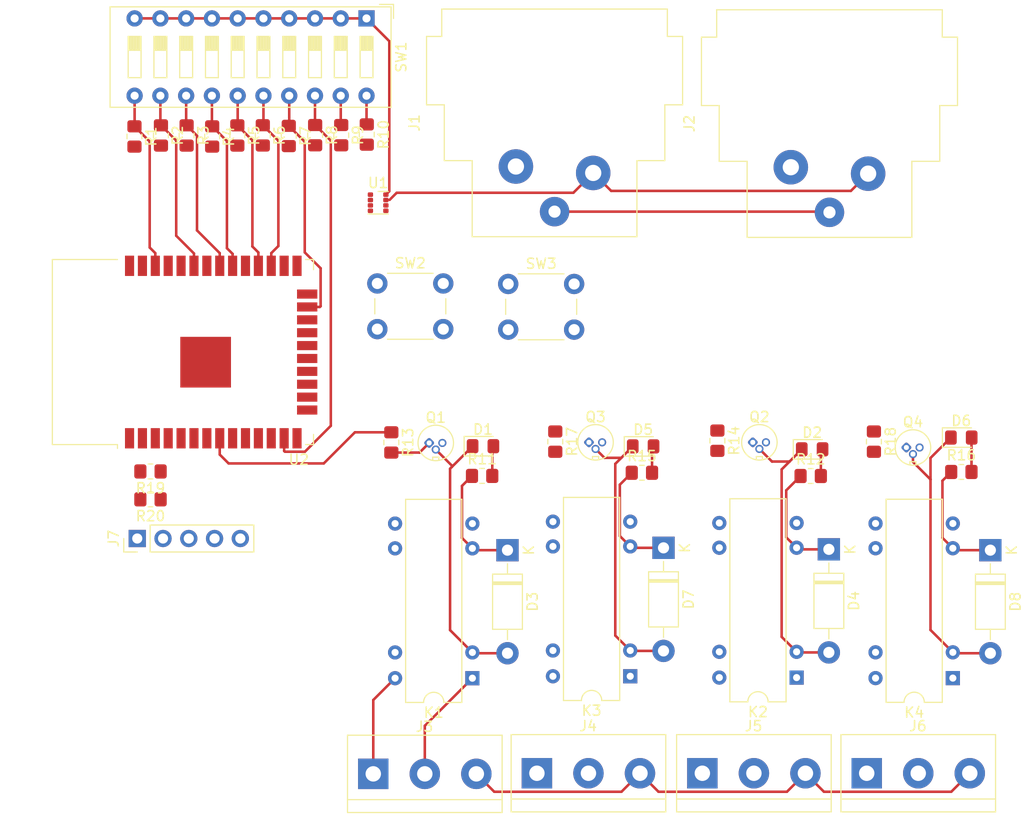
<source format=kicad_pcb>
(kicad_pcb (version 20211014) (generator pcbnew)
  (layers (0 "F.Cu" signal) (31 "B.Cu" signal) (34 "B.Paste" user) (35 "F.Paste" user) (36 "B.SilkS" user "B.Silkscreen") (37 "F.SilkS" user "F.Silkscreen") (38 "B.Mask" user) (39 "F.Mask" user) (44 "Edge.Cuts" user))
  (net 0 "")
  (net 1 "+5V")
  (net 2 "Net-(D1-Pad1)")
  (net 3 "Net-(D2-Pad1)")
  (net 4 "Net-(D5-Pad1)")
  (net 5 "Net-(D6-Pad1)")
  (net 6 "NC1")
  (net 7 "COM")
  (net 8 "NO1")
  (net 9 "NC3")
  (net 10 "NO3")
  (net 11 "NC2")
  (net 12 "NO2")
  (net 13 "NC4")
  (net 14 "NO4")
  (net 15 "GND")
  (net 16 "+3.3V")
  (net 17 "~RESET")
  (net 20 "RELAY3")
  (net 21 "RELAY4")
  (net 22 "RELAY1")
  (net 23 "RELAY2")
  (net 27 "DIP3")
  (net 28 "DIP1")
  (net 29 "DIP2")
  (net 36 "DIP4")
  (net 38 "~FLASH")
  (net 40 "DIP5")
  (net 41 "DIP6")
  (net 43 "DIP7")
  (net 44 "DIP8")
  (net 46 "DIP9")
  (net 47 "RX")
  (net 48 "TX")
  (net 49 "DIP10")
  (net 51 "Net-(D1-Pad2)")
  (net 52 "Net-(D2-Pad2)")
  (net 53 "Net-(D5-Pad2)")
  (net 54 "Net-(D6-Pad2)")
  (net 55 "Net-(J1-Pad2)")
  (net 56 "Net-(J1-Pad3)")
  (net 57 "Net-(Q1-Pad1)")
  (net 58 "Net-(Q2-Pad1)")
  (net 59 "Net-(Q3-Pad1)")
  (net 60 "Net-(Q4-Pad1)")
  (net 61 "DMX_SIGNAL")
  (footprint "Resistor_SMD:R_0805_2012Metric_Pad1.20x1.40mm_HandSolder" (layer "F.Cu") (at 121.78 69.92 -90)
    (fp_text reference "R8" (at 0 -1.65 90) (layer "F.SilkS"))
    (fp_text value "10K")
    (pad "1" smd roundrect (at -1 0 270) (size 1.2 1.4) (layers "F.Cu" "F.Paste" "F.Mask") (roundrect_rratio 0.208333) (net 27 "DIP3"))
    (pad "2" smd roundrect (at 1 0 270) (size 1.2 1.4) (layers "F.Cu" "F.Paste" "F.Mask") (roundrect_rratio 0.208333) (net 15 "GND"))
  )
  (footprint "Relay_THT:Relay_StandexMeder_DIP_LowProfile" (layer "F.Cu") (at 184.64 123.44 180)
    (fp_text reference "K4" (at 3.81 -3.39) (layer "F.SilkS"))
    (fp_text value "Relay 4")
    (pad "1" thru_hole rect (at 0 0 180) (size 1.4 1.4) (drill 0.7) (layers *.Cu *.Mask) (net 13 "NC4"))
    (pad "2" thru_hole circle (at 0 2.54 180) (size 1.4 1.4) (drill 0.7) (layers *.Cu *.Mask) (net 5 "Net-(D6-Pad1)"))
    (pad "6" thru_hole circle (at 0 12.8 180) (size 1.4 1.4) (drill 0.7) (layers *.Cu *.Mask) (net 1 "+5V"))
    (pad "7" thru_hole circle (at 0 15.24 180) (size 1.4 1.4) (drill 0.7) (layers *.Cu *.Mask) (net 7 "COM"))
    (pad "8" thru_hole circle (at 7.62 15.24 180) (size 1.4 1.4) (drill 0.7) (layers *.Cu *.Mask) (net 7 "COM"))
    (pad "9" thru_hole circle (at 7.62 12.8 180) (size 1.4 1.4) (drill 0.7) (layers *.Cu *.Mask))
    (pad "13" thru_hole circle (at 7.62 2.54 180) (size 1.4 1.4) (drill 0.7) (layers *.Cu *.Mask))
    (pad "14" thru_hole circle (at 7.62 0 180) (size 1.4 1.4) (drill 0.7) (layers *.Cu *.Mask) (net 14 "NO4"))
  )
  (footprint "Diode_THT:D_DO-41_SOD81_P10.16mm_Horizontal" (layer "F.Cu") (at 188.34 110.83 -90)
    (fp_text reference "D8" (at 5.08 -2.47 90) (layer "F.SilkS"))
    (fp_text value "1N4001")
    (fp_text user "K" (at 0 -2.1 90) (layer "F.SilkS"))
    (pad "1" thru_hole rect (at 0 0 270) (size 2.2 2.2) (drill 1.1) (layers *.Cu *.Mask) (net 1 "+5V"))
    (pad "2" thru_hole oval (at 10.16 0 270) (size 2.2 2.2) (drill 1.1) (layers *.Cu *.Mask) (net 5 "Net-(D6-Pad1)"))
  )
  (footprint "Resistor_SMD:R_0805_2012Metric_Pad1.20x1.40mm_HandSolder" (layer "F.Cu") (at 185.48 103.12)
    (fp_text reference "R16" (at 0 -1.65) (layer "F.SilkS"))
    (fp_text value "1k")
    (pad "1" smd roundrect (at -1 0) (size 1.2 1.4) (layers "F.Cu" "F.Paste" "F.Mask") (roundrect_rratio 0.208333) (net 1 "+5V"))
    (pad "2" smd roundrect (at 1 0) (size 1.2 1.4) (layers "F.Cu" "F.Paste" "F.Mask") (roundrect_rratio 0.208333) (net 54 "Net-(D6-Pad2)"))
  )
  (footprint "OptoDevice:LaserDiode_TO3.3-D3.3-3" (layer "F.Cu") (at 164.92 100.2)
    (fp_text reference "Q2" (at 0.65 -2.5) (layer "F.SilkS"))
    (fp_text value "Q_NPN_BCE")
    (pad "1" thru_hole roundrect (at 0 0 45) (size 0.8 0.8) (drill 0.5) (layers *.Cu *.Mask) (net 58 "Net-(Q2-Pad1)"))
    (pad "2" thru_hole circle (at 0.65 0.65) (size 0.8 0.8) (drill 0.5) (layers *.Cu *.Mask) (net 3 "Net-(D2-Pad1)"))
    (pad "3" thru_hole circle (at 1.3 0) (size 0.8 0.8) (drill 0.5) (layers *.Cu *.Mask) (net 15 "GND"))
  )
  (footprint "Resistor_SMD:R_0805_2012Metric_Pad1.20x1.40mm_HandSolder" (layer "F.Cu") (at 161.43 100.04 -90)
    (fp_text reference "R14" (at 0 -1.65 90) (layer "F.SilkS"))
    (fp_text value "R")
    (pad "1" smd roundrect (at -1 0 270) (size 1.2 1.4) (layers "F.Cu" "F.Paste" "F.Mask") (roundrect_rratio 0.208333) (net 20 "RELAY3"))
    (pad "2" smd roundrect (at 1 0 270) (size 1.2 1.4) (layers "F.Cu" "F.Paste" "F.Mask") (roundrect_rratio 0.208333) (net 58 "Net-(Q2-Pad1)"))
  )
  (footprint "LED_SMD:LED_0805_2012Metric_Pad1.15x1.40mm_HandSolder" (layer "F.Cu") (at 154.1125 100.6)
    (fp_text reference "D5" (at 0 -1.65) (layer "F.SilkS"))
    (fp_text value "LED")
    (pad "1" smd roundrect (at -1.025 0) (size 1.15 1.4) (layers "F.Cu" "F.Paste" "F.Mask") (roundrect_rratio 0.217391) (net 4 "Net-(D5-Pad1)"))
    (pad "2" smd roundrect (at 1.025 0) (size 1.15 1.4) (layers "F.Cu" "F.Paste" "F.Mask") (roundrect_rratio 0.217391) (net 53 "Net-(D5-Pad2)"))
  )
  (footprint "Resistor_SMD:R_0805_2012Metric_Pad1.20x1.40mm_HandSolder" (layer "F.Cu") (at 145.45 100.13 -90)
    (fp_text reference "R17" (at 0 -1.65 90) (layer "F.SilkS"))
    (fp_text value "R")
    (pad "1" smd roundrect (at -1 0 270) (size 1.2 1.4) (layers "F.Cu" "F.Paste" "F.Mask") (roundrect_rratio 0.208333) (net 23 "RELAY2"))
    (pad "2" smd roundrect (at 1 0 270) (size 1.2 1.4) (layers "F.Cu" "F.Paste" "F.Mask") (roundrect_rratio 0.208333) (net 59 "Net-(Q3-Pad1)"))
  )
  (footprint "Diode_THT:D_DO-41_SOD81_P10.16mm_Horizontal" (layer "F.Cu") (at 140.74 110.83 -90)
    (fp_text reference "D3" (at 5.08 -2.47 90) (layer "F.SilkS"))
    (fp_text value "1N4001")
    (fp_text user "K" (at 0 -2.1 90) (layer "F.SilkS"))
    (pad "1" thru_hole rect (at 0 0 270) (size 2.2 2.2) (drill 1.1) (layers *.Cu *.Mask) (net 1 "+5V"))
    (pad "2" thru_hole oval (at 10.16 0 270) (size 2.2 2.2) (drill 1.1) (layers *.Cu *.Mask) (net 2 "Net-(D1-Pad1)"))
  )
  (footprint "Relay_THT:Relay_StandexMeder_DIP_LowProfile" (layer "F.Cu") (at 137.28 123.45 180)
    (fp_text reference "K1" (at 3.81 -3.39) (layer "F.SilkS"))
    (fp_text value "Relay 1")
    (pad "1" thru_hole rect (at 0 0 180) (size 1.4 1.4) (drill 0.7) (layers *.Cu *.Mask) (net 6 "NC1"))
    (pad "2" thru_hole circle (at 0 2.54 180) (size 1.4 1.4) (drill 0.7) (layers *.Cu *.Mask) (net 2 "Net-(D1-Pad1)"))
    (pad "6" thru_hole circle (at 0 12.8 180) (size 1.4 1.4) (drill 0.7) (layers *.Cu *.Mask) (net 1 "+5V"))
    (pad "7" thru_hole circle (at 0 15.24 180) (size 1.4 1.4) (drill 0.7) (layers *.Cu *.Mask) (net 7 "COM"))
    (pad "8" thru_hole circle (at 7.62 15.24 180) (size 1.4 1.4) (drill 0.7) (layers *.Cu *.Mask) (net 7 "COM"))
    (pad "9" thru_hole circle (at 7.62 12.8 180) (size 1.4 1.4) (drill 0.7) (layers *.Cu *.Mask))
    (pad "13" thru_hole circle (at 7.62 2.54 180) (size 1.4 1.4) (drill 0.7) (layers *.Cu *.Mask))
    (pad "14" thru_hole circle (at 7.62 0 180) (size 1.4 1.4) (drill 0.7) (layers *.Cu *.Mask) (net 8 "NO1"))
  )
  (footprint "Resistor_SMD:R_0805_2012Metric_Pad1.20x1.40mm_HandSolder" (layer "F.Cu") (at 105.55 103.07 180)
    (fp_text reference "R19" (at 0 -1.65) (layer "F.SilkS"))
    (fp_text value "10k")
    (pad "1" smd roundrect (at -1 0 180) (size 1.2 1.4) (layers "F.Cu" "F.Paste" "F.Mask") (roundrect_rratio 0.208333) (net 17 "~RESET"))
    (pad "2" smd roundrect (at 1 0 180) (size 1.2 1.4) (layers "F.Cu" "F.Paste" "F.Mask") (roundrect_rratio 0.208333) (net 16 "+3.3V"))
  )
  (footprint "TerminalBlock:TerminalBlock_bornier-3_P5.08mm" (layer "F.Cu") (at 127.51 132.88)
    (fp_text reference "J3" (at 5.05 -4.65) (layer "F.SilkS"))
    (fp_text value "Connection Relay 1")
    (pad "1" thru_hole rect (at 0 0) (size 3 3) (drill 1.52) (layers *.Cu *.Mask) (net 8 "NO1"))
    (pad "2" thru_hole circle (at 5.08 0) (size 3 3) (drill 1.52) (layers *.Cu *.Mask) (net 6 "NC1"))
    (pad "3" thru_hole circle (at 10.16 0) (size 3 3) (drill 1.52) (layers *.Cu *.Mask) (net 7 "COM"))
  )
  (footprint "Relay_THT:Relay_StandexMeder_DIP_LowProfile" (layer "F.Cu") (at 169.24 123.39 180)
    (fp_text reference "K2" (at 3.81 -3.39) (layer "F.SilkS"))
    (fp_text value "Relay 3")
    (pad "1" thru_hole rect (at 0 0 180) (size 1.4 1.4) (drill 0.7) (layers *.Cu *.Mask) (net 9 "NC3"))
    (pad "2" thru_hole circle (at 0 2.54 180) (size 1.4 1.4) (drill 0.7) (layers *.Cu *.Mask) (net 3 "Net-(D2-Pad1)"))
    (pad "6" thru_hole circle (at 0 12.8 180) (size 1.4 1.4) (drill 0.7) (layers *.Cu *.Mask) (net 1 "+5V"))
    (pad "7" thru_hole circle (at 0 15.24 180) (size 1.4 1.4) (drill 0.7) (layers *.Cu *.Mask) (net 7 "COM"))
    (pad "8" thru_hole circle (at 7.62 15.24 180) (size 1.4 1.4) (drill 0.7) (layers *.Cu *.Mask) (net 7 "COM"))
    (pad "9" thru_hole circle (at 7.62 12.8 180) (size 1.4 1.4) (drill 0.7) (layers *.Cu *.Mask))
    (pad "13" thru_hole circle (at 7.62 2.54 180) (size 1.4 1.4) (drill 0.7) (layers *.Cu *.Mask))
    (pad "14" thru_hole circle (at 7.62 0 180) (size 1.4 1.4) (drill 0.7) (layers *.Cu *.Mask) (net 10 "NO3"))
  )
  (footprint "RF_Module:ESP32-WROOM-32" (layer "F.Cu") (at 111.74 91.3 90)
    (fp_text reference "U2" (at -10.61 8.43) (layer "F.SilkS"))
    (fp_text value "ESP32-WROOM-32D")
    (pad "1" smd rect (at -8.5 -8.255 90) (size 2 0.9) (layers "F.Cu" "F.Paste" "F.Mask") (net 15 "GND"))
    (pad "2" smd rect (at -8.5 -6.985 90) (size 2 0.9) (layers "F.Cu" "F.Paste" "F.Mask") (net 16 "+3.3V"))
    (pad "3" smd rect (at -8.5 -5.715 90) (size 2 0.9) (layers "F.Cu" "F.Paste" "F.Mask") (net 17 "~RESET"))
    (pad "4" smd rect (at -8.5 -4.445 90) (size 2 0.9) (layers "F.Cu" "F.Paste" "F.Mask"))
    (pad "5" smd rect (at -8.5 -3.175 90) (size 2 0.9) (layers "F.Cu" "F.Paste" "F.Mask"))
    (pad "6" smd rect (at -8.5 -1.905 90) (size 2 0.9) (layers "F.Cu" "F.Paste" "F.Mask") (net 20 "RELAY3"))
    (pad "7" smd rect (at -8.5 -0.635 90) (size 2 0.9) (layers "F.Cu" "F.Paste" "F.Mask") (net 21 "RELAY4"))
    (pad "8" smd rect (at -8.5 0.635 90) (size 2 0.9) (layers "F.Cu" "F.Paste" "F.Mask") (net 22 "RELAY1"))
    (pad "9" smd rect (at -8.5 1.905 90) (size 2 0.9) (layers "F.Cu" "F.Paste" "F.Mask") (net 23 "RELAY2"))
    (pad "10" smd rect (at -8.5 3.175 90) (size 2 0.9) (layers "F.Cu" "F.Paste" "F.Mask"))
    (pad "11" smd rect (at -8.5 4.445 90) (size 2 0.9) (layers "F.Cu" "F.Paste" "F.Mask"))
    (pad "12" smd rect (at -8.5 5.715 90) (size 2 0.9) (layers "F.Cu" "F.Paste" "F.Mask"))
    (pad "13" smd rect (at -8.5 6.985 90) (size 2 0.9) (layers "F.Cu" "F.Paste" "F.Mask") (net 27 "DIP3"))
    (pad "14" smd rect (at -8.5 8.255 90) (size 2 0.9) (layers "F.Cu" "F.Paste" "F.Mask") (net 28 "DIP1"))
    (pad "15" smd rect (at -5.715 9.255 180) (size 2 0.9) (layers "F.Cu" "F.Paste" "F.Mask") (net 15 "GND"))
    (pad "16" smd rect (at -4.445 9.255 180) (size 2 0.9) (layers "F.Cu" "F.Paste" "F.Mask") (net 29 "DIP2"))
    (pad "17" smd rect (at -3.175 9.255 180) (size 2 0.9) (layers "F.Cu" "F.Paste" "F.Mask"))
    (pad "18" smd rect (at -1.905 9.255 180) (size 2 0.9) (layers "F.Cu" "F.Paste" "F.Mask"))
    (pad "19" smd rect (at -0.635 9.255 180) (size 2 0.9) (layers "F.Cu" "F.Paste" "F.Mask"))
    (pad "20" smd rect (at 0.635 9.255 180) (size 2 0.9) (layers "F.Cu" "F.Paste" "F.Mask"))
    (pad "21" smd rect (at 1.905 9.255 180) (size 2 0.9) (layers "F.Cu" "F.Paste" "F.Mask"))
    (pad "22" smd rect (at 3.175 9.255 180) (size 2 0.9) (layers "F.Cu" "F.Paste" "F.Mask"))
    (pad "23" smd rect (at 4.445 9.255 180) (size 2 0.9) (layers "F.Cu" "F.Paste" "F.Mask") (net 36 "DIP4"))
    (pad "24" smd rect (at 5.715 9.255 180) (size 2 0.9) (layers "F.Cu" "F.Paste" "F.Mask"))
    (pad "25" smd rect (at 8.5 8.255 90) (size 2 0.9) (layers "F.Cu" "F.Paste" "F.Mask") (net 38 "~FLASH"))
    (pad "26" smd rect (at 8.5 6.985 90) (size 2 0.9) (layers "F.Cu" "F.Paste" "F.Mask"))
    (pad "27" smd rect (at 8.5 5.715 90) (size 2 0.9) (layers "F.Cu" "F.Paste" "F.Mask") (net 40 "DIP5"))
    (pad "28" smd rect (at 8.5 4.445 90) (size 2 0.9) (layers "F.Cu" "F.Paste" "F.Mask") (net 41 "DIP6"))
    (pad "29" smd rect (at 8.5 3.175 90) (size 2 0.9) (layers "F.Cu" "F.Paste" "F.Mask"))
    (pad "30" smd rect (at 8.5 1.905 90) (size 2 0.9) (layers "F.Cu" "F.Paste" "F.Mask") (net 43 "DIP7"))
    (pad "31" smd rect (at 8.5 0.635 90) (size 2 0.9) (layers "F.Cu" "F.Paste" "F.Mask") (net 44 "DIP8"))
    (pad "32" smd rect (at 8.5 -0.635 90) (size 2 0.9) (layers "F.Cu" "F.Paste" "F.Mask"))
    (pad "33" smd rect (at 8.5 -1.905 90) (size 2 0.9) (layers "F.Cu" "F.Paste" "F.Mask") (net 46 "DIP9"))
    (pad "34" smd rect (at 8.5 -3.175 90) (size 2 0.9) (layers "F.Cu" "F.Paste" "F.Mask") (net 47 "RX"))
    (pad "35" smd rect (at 8.5 -4.445 90) (size 2 0.9) (layers "F.Cu" "F.Paste" "F.Mask") (net 48 "TX"))
    (pad "36" smd rect (at 8.5 -5.715 90) (size 2 0.9) (layers "F.Cu" "F.Paste" "F.Mask") (net 49 "DIP10"))
    (pad "37" smd rect (at 8.5 -6.985 90) (size 2 0.9) (layers "F.Cu" "F.Paste" "F.Mask"))
    (pad "38" smd rect (at 8.5 -8.255 90) (size 2 0.9) (layers "F.Cu" "F.Paste" "F.Mask") (net 15 "GND"))
    (pad "39" smd rect (at -1 -0.755 90) (size 5 5) (layers "F.Cu" "F.Paste" "F.Mask") (net 15 "GND"))
  )
  (footprint "Connector_Audio:Jack_XLR_Neutrik_NC3FAAH-0_Horizontal" (layer "F.Cu") (at 141.57 73.01 90)
    (fp_text reference "J1" (at 4.3 -10 90) (layer "F.SilkS"))
    (fp_text value "DMX In")
    (pad "" np_thru_hole circle (at 3.81 7.62 90) (size 1.6 1.6) (drill 1.6) (layers *.Cu *.Mask))
    (pad "" np_thru_hole circle (at 8.89 0 90) (size 1.6 1.6) (drill 1.6) (layers *.Cu *.Mask))
    (pad "1" thru_hole circle (at 0 0 90) (size 3.4 3.4) (drill 1.6) (layers *.Cu *.Mask) (net 15 "GND"))
    (pad "2" thru_hole circle (at -0.635 7.62 90) (size 3.4 3.4) (drill 1.6) (layers *.Cu *.Mask) (net 55 "Net-(J1-Pad2)"))
    (pad "3" thru_hole circle (at -4.45 3.81 90) (size 2.9 2.9) (drill 1.2) (layers *.Cu *.Mask) (net 56 "Net-(J1-Pad3)"))
  )
  (footprint "Resistor_SMD:R_0805_2012Metric_Pad1.20x1.40mm_HandSolder" (layer "F.Cu") (at 138.24 103.51)
    (fp_text reference "R11" (at 0 -1.65) (layer "F.SilkS"))
    (fp_text value "1k")
    (pad "1" smd roundrect (at -1 0) (size 1.2 1.4) (layers "F.Cu" "F.Paste" "F.Mask") (roundrect_rratio 0.208333) (net 1 "+5V"))
    (pad "2" smd roundrect (at 1 0) (size 1.2 1.4) (layers "F.Cu" "F.Paste" "F.Mask") (roundrect_rratio 0.208333) (net 51 "Net-(D1-Pad2)"))
  )
  (footprint "Resistor_SMD:R_0805_2012Metric_Pad1.20x1.40mm_HandSolder" (layer "F.Cu") (at 114.11 69.95 -90)
    (fp_text reference "R5" (at 0 -1.65 90) (layer "F.SilkS"))
    (fp_text value "10K")
    (pad "1" smd roundrect (at -1 0 270) (size 1.2 1.4) (layers "F.Cu" "F.Paste" "F.Mask") (roundrect_rratio 0.208333) (net 41 "DIP6"))
    (pad "2" smd roundrect (at 1 0 270) (size 1.2 1.4) (layers "F.Cu" "F.Paste" "F.Mask") (roundrect_rratio 0.208333) (net 15 "GND"))
  )
  (footprint "TerminalBlock:TerminalBlock_bornier-3_P5.08mm" (layer "F.Cu") (at 176.15 132.82)
    (fp_text reference "J6" (at 5.05 -4.65) (layer "F.SilkS"))
    (fp_text value "Connection Relay 4")
    (pad "1" thru_hole rect (at 0 0) (size 3 3) (drill 1.52) (layers *.Cu *.Mask) (net 14 "NO4"))
    (pad "2" thru_hole circle (at 5.08 0) (size 3 3) (drill 1.52) (layers *.Cu *.Mask) (net 13 "NC4"))
    (pad "3" thru_hole circle (at 10.16 0) (size 3 3) (drill 1.52) (layers *.Cu *.Mask) (net 7 "COM"))
  )
  (footprint "Connector_Audio:Jack_XLR_Neutrik_NC3FAAH-0_Horizontal" (layer "F.Cu") (at 168.67 73.08 90)
    (fp_text reference "J2" (at 4.3 -10 90) (layer "F.SilkS"))
    (fp_text value "DMX out")
    (pad "" np_thru_hole circle (at 8.89 0 90) (size 1.6 1.6) (drill 1.6) (layers *.Cu *.Mask))
    (pad "" np_thru_hole circle (at 3.81 7.62 90) (size 1.6 1.6) (drill 1.6) (layers *.Cu *.Mask))
    (pad "1" thru_hole circle (at 0 0 90) (size 3.4 3.4) (drill 1.6) (layers *.Cu *.Mask) (net 15 "GND"))
    (pad "2" thru_hole circle (at -0.635 7.62 90) (size 3.4 3.4) (drill 1.6) (layers *.Cu *.Mask) (net 55 "Net-(J1-Pad2)"))
    (pad "3" thru_hole circle (at -4.45 3.81 90) (size 2.9 2.9) (drill 1.2) (layers *.Cu *.Mask) (net 56 "Net-(J1-Pad3)"))
  )
  (footprint "Resistor_SMD:R_0805_2012Metric_Pad1.20x1.40mm_HandSolder" (layer "F.Cu") (at 126.87 69.86 -90)
    (fp_text reference "R10" (at 0 -1.65 90) (layer "F.SilkS"))
    (fp_text value "10K")
    (pad "1" smd roundrect (at -1 0 270) (size 1.2 1.4) (layers "F.Cu" "F.Paste" "F.Mask") (roundrect_rratio 0.208333) (net 28 "DIP1"))
    (pad "2" smd roundrect (at 1 0 270) (size 1.2 1.4) (layers "F.Cu" "F.Paste" "F.Mask") (roundrect_rratio 0.208333) (net 15 "GND"))
  )
  (footprint "Resistor_SMD:R_0805_2012Metric_Pad1.20x1.40mm_HandSolder" (layer "F.Cu") (at 119.18 70 -90)
    (fp_text reference "R7" (at 0 -1.65 90) (layer "F.SilkS"))
    (fp_text value "10K")
    (pad "1" smd roundrect (at -1 0 270) (size 1.2 1.4) (layers "F.Cu" "F.Paste" "F.Mask") (roundrect_rratio 0.208333) (net 36 "DIP4"))
    (pad "2" smd roundrect (at 1 0 270) (size 1.2 1.4) (layers "F.Cu" "F.Paste" "F.Mask") (roundrect_rratio 0.208333) (net 15 "GND"))
  )
  (footprint "TerminalBlock:TerminalBlock_bornier-3_P5.08mm" (layer "F.Cu") (at 159.95 132.82)
    (fp_text reference "J5" (at 5.05 -4.65) (layer "F.SilkS"))
    (fp_text value "Connection Relay 3")
    (pad "1" thru_hole rect (at 0 0) (size 3 3) (drill 1.52) (layers *.Cu *.Mask) (net 10 "NO3"))
    (pad "2" thru_hole circle (at 5.08 0) (size 3 3) (drill 1.52) (layers *.Cu *.Mask) (net 9 "NC3"))
    (pad "3" thru_hole circle (at 10.16 0) (size 3 3) (drill 1.52) (layers *.Cu *.Mask) (net 7 "COM"))
  )
  (footprint "Diode_THT:D_DO-41_SOD81_P10.16mm_Horizontal" (layer "F.Cu") (at 156.12 110.6 -90)
    (fp_text reference "D7" (at 5.08 -2.47 90) (layer "F.SilkS"))
    (fp_text value "1N4001")
    (fp_text user "K" (at 0 -2.1 90) (layer "F.SilkS"))
    (pad "1" thru_hole rect (at 0 0 270) (size 2.2 2.2) (drill 1.1) (layers *.Cu *.Mask) (net 1 "+5V"))
    (pad "2" thru_hole oval (at 10.16 0 270) (size 2.2 2.2) (drill 1.1) (layers *.Cu *.Mask) (net 4 "Net-(D5-Pad1)"))
  )
  (footprint "Resistor_SMD:R_0805_2012Metric_Pad1.20x1.40mm_HandSolder" (layer "F.Cu") (at 170.63 103.52)
    (fp_text reference "R12" (at 0 -1.65) (layer "F.SilkS"))
    (fp_text value "1k")
    (pad "1" smd roundrect (at -1 0) (size 1.2 1.4) (layers "F.Cu" "F.Paste" "F.Mask") (roundrect_rratio 0.208333) (net 1 "+5V"))
    (pad "2" smd roundrect (at 1 0) (size 1.2 1.4) (layers "F.Cu" "F.Paste" "F.Mask") (roundrect_rratio 0.208333) (net 52 "Net-(D2-Pad2)"))
  )
  (footprint "Diode_THT:D_DO-41_SOD81_P10.16mm_Horizontal" (layer "F.Cu") (at 172.42 110.75 -90)
    (fp_text reference "D4" (at 5.08 -2.47 90) (layer "F.SilkS"))
    (fp_text value "1N4001")
    (fp_text user "K" (at 0 -2.1 90) (layer "F.SilkS"))
    (pad "1" thru_hole rect (at 0 0 270) (size 2.2 2.2) (drill 1.1) (layers *.Cu *.Mask) (net 1 "+5V"))
    (pad "2" thru_hole oval (at 10.16 0 270) (size 2.2 2.2) (drill 1.1) (layers *.Cu *.Mask) (net 3 "Net-(D2-Pad1)"))
  )
  (footprint "OptoDevice:Broadcom_LGA-8_2x2mm_P0.53mm" (layer "F.Cu") (at 127.99 76.58)
    (fp_text reference "U1" (at 0 -1.95) (layer "F.SilkS"))
    (fp_text value "MAX485E")
    (pad "1" smd roundrect (at -0.7625 -0.795) (size 0.525 0.45) (layers "F.Cu" "F.Paste" "F.Mask") (net 15 "GND"))
    (pad "2" smd roundrect (at -0.7625 -0.265) (size 0.525 0.45) (layers "F.Cu" "F.Paste" "F.Mask") (net 15 "GND"))
    (pad "3" smd roundrect (at -0.7625 0.265) (size 0.525 0.45) (layers "F.Cu" "F.Paste" "F.Mask") (net 1 "+5V"))
    (pad "4" smd roundrect (at -0.7625 0.795) (size 0.525 0.45) (layers "F.Cu" "F.Paste" "F.Mask") (net 61 "DMX_SIGNAL"))
    (pad "5" smd roundrect (at 0.7625 0.795) (size 0.525 0.45) (layers "F.Cu" "F.Paste" "F.Mask") (net 15 "GND"))
    (pad "6" smd roundrect (at 0.7625 0.265) (size 0.525 0.45) (layers "F.Cu" "F.Paste" "F.Mask") (net 56 "Net-(J1-Pad3)"))
    (pad "7" smd roundrect (at 0.7625 -0.265) (size 0.525 0.45) (layers "F.Cu" "F.Paste" "F.Mask") (net 55 "Net-(J1-Pad2)"))
    (pad "8" smd roundrect (at 0.7625 -0.795) (size 0.525 0.45) (layers "F.Cu" "F.Paste" "F.Mask") (net 1 "+5V"))
  )
  (footprint "Resistor_SMD:R_0805_2012Metric_Pad1.20x1.40mm_HandSolder" (layer "F.Cu") (at 105.55 105.82 180)
    (fp_text reference "R20" (at 0 -1.65) (layer "F.SilkS"))
    (fp_text value "10k")
    (pad "1" smd roundrect (at -1 0 180) (size 1.2 1.4) (layers "F.Cu" "F.Paste" "F.Mask") (roundrect_rratio 0.208333) (net 16 "+3.3V"))
    (pad "2" smd roundrect (at 1 0 180) (size 1.2 1.4) (layers "F.Cu" "F.Paste" "F.Mask") (roundrect_rratio 0.208333) (net 38 "~FLASH"))
  )
  (footprint "Button_Switch_THT:SW_PUSH_6mm_H5mm" (layer "F.Cu") (at 140.81 84.59)
    (fp_text reference "SW3" (at 3.25 -2) (layer "F.SilkS"))
    (fp_text value "flash")
    (pad "1" thru_hole circle (at 6.5 0 90) (size 2 2) (drill 1.1) (layers *.Cu *.Mask) (net 15 "GND"))
    (pad "1" thru_hole circle (at 0 0 90) (size 2 2) (drill 1.1) (layers *.Cu *.Mask) (net 15 "GND"))
    (pad "2" thru_hole circle (at 0 4.5 90) (size 2 2) (drill 1.1) (layers *.Cu *.Mask) (net 15 "GND"))
    (pad "2" thru_hole circle (at 6.5 4.5 90) (size 2 2) (drill 1.1) (layers *.Cu *.Mask) (net 15 "GND"))
  )
  (footprint "Button_Switch_THT:SW_DIP_SPSTx10_Slide_9.78x27.58mm_W7.62mm_P2.54mm" (layer "F.Cu") (at 126.845 58.4125 -90)
    (fp_text reference "SW1" (at 3.81 -3.42 90) (layer "F.SilkS"))
    (fp_text value "DMX Adressing")
    (pad "1" thru_hole rect (at 0 0 270) (size 1.6 1.6) (drill 0.8) (layers *.Cu *.Mask) (net 1 "+5V"))
    (pad "2" thru_hole oval (at 0 2.54 270) (size 1.6 1.6) (drill 0.8) (layers *.Cu *.Mask) (net 1 "+5V"))
    (pad "3" thru_hole oval (at 0 5.08 270) (size 1.6 1.6) (drill 0.8) (layers *.Cu *.Mask) (net 1 "+5V"))
    (pad "4" thru_hole oval (at 0 7.62 270) (size 1.6 1.6) (drill 0.8) (layers *.Cu *.Mask) (net 1 "+5V"))
    (pad "5" thru_hole oval (at 0 10.16 270) (size 1.6 1.6) (drill 0.8) (layers *.Cu *.Mask) (net 1 "+5V"))
    (pad "6" thru_hole oval (at 0 12.7 270) (size 1.6 1.6) (drill 0.8) (layers *.Cu *.Mask) (net 1 "+5V"))
    (pad "7" thru_hole oval (at 0 15.24 270) (size 1.6 1.6) (drill 0.8) (layers *.Cu *.Mask) (net 1 "+5V"))
    (pad "8" thru_hole oval (at 0 17.78 270) (size 1.6 1.6) (drill 0.8) (layers *.Cu *.Mask) (net 1 "+5V"))
    (pad "9" thru_hole oval (at 0 20.32 270) (size 1.6 1.6) (drill 0.8) (layers *.Cu *.Mask) (net 1 "+5V"))
    (pad "10" thru_hole oval (at 0 22.86 270) (size 1.6 1.6) (drill 0.8) (layers *.Cu *.Mask) (net 1 "+5V"))
    (pad "11" thru_hole oval (at 7.62 22.86 270) (size 1.6 1.6) (drill 0.8) (layers *.Cu *.Mask) (net 49 "DIP10"))
    (pad "12" thru_hole oval (at 7.62 20.32 270) (size 1.6 1.6) (drill 0.8) (layers *.Cu *.Mask) (net 46 "DIP9"))
    (pad "13" thru_hole oval (at 7.62 17.78 270) (size 1.6 1.6) (drill 0.8) (layers *.Cu *.Mask) (net 44 "DIP8"))
    (pad "14" thru_hole oval (at 7.62 15.24 270) (size 1.6 1.6) (drill 0.8) (layers *.Cu *.Mask) (net 43 "DIP7"))
    (pad "15" thru_hole oval (at 7.62 12.7 270) (size 1.6 1.6) (drill 0.8) (layers *.Cu *.Mask) (net 41 "DIP6"))
    (pad "16" thru_hole oval (at 7.62 10.16 270) (size 1.6 1.6) (drill 0.8) (layers *.Cu *.Mask) (net 40 "DIP5"))
    (pad "17" thru_hole oval (at 7.62 7.62 270) (size 1.6 1.6) (drill 0.8) (layers *.Cu *.Mask) (net 36 "DIP4"))
    (pad "18" thru_hole oval (at 7.62 5.08 270) (size 1.6 1.6) (drill 0.8) (layers *.Cu *.Mask) (net 27 "DIP3"))
    (pad "19" thru_hole oval (at 7.62 2.54 270) (size 1.6 1.6) (drill 0.8) (layers *.Cu *.Mask) (net 29 "DIP2"))
    (pad "20" thru_hole oval (at 7.62 0 270) (size 1.6 1.6) (drill 0.8) (layers *.Cu *.Mask) (net 28 "DIP1"))
  )
  (footprint "Connector_PinHeader_2.54mm:PinHeader_1x05_P2.54mm_Vertical" (layer "F.Cu") (at 104.245 109.68 90)
    (fp_text reference "J7" (at 0 -2.33 90) (layer "F.SilkS"))
    (fp_text value "Flash Connector")
    (pad "1" thru_hole rect (at 0 0 90) (size 1.7 1.7) (drill 1) (layers *.Cu *.Mask) (net 15 "GND"))
    (pad "2" thru_hole oval (at 0 2.54 90) (size 1.7 1.7) (drill 1) (layers *.Cu *.Mask) (net 38 "~FLASH"))
    (pad "3" thru_hole oval (at 0 5.08 90) (size 1.7 1.7) (drill 1) (layers *.Cu *.Mask) (net 48 "TX"))
    (pad "4" thru_hole oval (at 0 7.62 90) (size 1.7 1.7) (drill 1) (layers *.Cu *.Mask) (net 47 "RX"))
    (pad "5" thru_hole oval (at 0 10.16 90) (size 1.7 1.7) (drill 1) (layers *.Cu *.Mask) (net 1 "+5V"))
  )
  (footprint "Resistor_SMD:R_0805_2012Metric_Pad1.20x1.40mm_HandSolder" (layer "F.Cu") (at 111.63 70.05 -90)
    (fp_text reference "R4" (at 0 -1.65 90) (layer "F.SilkS"))
    (fp_text value "10K")
    (pad "1" smd roundrect (at -1 0 270) (size 1.2 1.4) (layers "F.Cu" "F.Paste" "F.Mask") (roundrect_rratio 0.208333) (net 43 "DIP7"))
    (pad "2" smd roundrect (at 1 0 270) (size 1.2 1.4) (layers "F.Cu" "F.Paste" "F.Mask") (roundrect_rratio 0.208333) (net 15 "GND"))
  )
  (footprint "Resistor_SMD:R_0805_2012Metric_Pad1.20x1.40mm_HandSolder" (layer "F.Cu") (at 103.97 70.05 -90)
    (fp_text reference "R1" (at 0 -1.65 90) (layer "F.SilkS"))
    (fp_text value "10K")
    (pad "1" smd roundrect (at -1 0 270) (size 1.2 1.4) (layers "F.Cu" "F.Paste" "F.Mask") (roundrect_rratio 0.208333) (net 49 "DIP10"))
    (pad "2" smd roundrect (at 1 0 270) (size 1.2 1.4) (layers "F.Cu" "F.Paste" "F.Mask") (roundrect_rratio 0.208333) (net 15 "GND"))
  )
  (footprint "TerminalBlock:TerminalBlock_bornier-3_P5.08mm" (layer "F.Cu") (at 143.64 132.82)
    (fp_text reference "J4" (at 5.05 -4.65) (layer "F.SilkS"))
    (fp_text value "Connection Relay 2")
    (pad "1" thru_hole rect (at 0 0) (size 3 3) (drill 1.52) (layers *.Cu *.Mask) (net 12 "NO2"))
    (pad "2" thru_hole circle (at 5.08 0) (size 3 3) (drill 1.52) (layers *.Cu *.Mask) (net 11 "NC2"))
    (pad "3" thru_hole circle (at 10.16 0) (size 3 3) (drill 1.52) (layers *.Cu *.Mask) (net 7 "COM"))
  )
  (footprint "OptoDevice:LaserDiode_TO3.3-D3.3-3" (layer "F.Cu") (at 180.06 100.71)
    (fp_text reference "Q4" (at 0.65 -2.5) (layer "F.SilkS"))
    (fp_text value "Q_NPN_BCE")
    (pad "1" thru_hole roundrect (at 0 0 45) (size 0.8 0.8) (drill 0.5) (layers *.Cu *.Mask) (net 60 "Net-(Q4-Pad1)"))
    (pad "2" thru_hole circle (at 0.65 0.65) (size 0.8 0.8) (drill 0.5) (layers *.Cu *.Mask) (net 5 "Net-(D6-Pad1)"))
    (pad "3" thru_hole circle (at 1.3 0) (size 0.8 0.8) (drill 0.5) (layers *.Cu *.Mask) (net 15 "GND"))
  )
  (footprint "Resistor_SMD:R_0805_2012Metric_Pad1.20x1.40mm_HandSolder" (layer "F.Cu") (at 106.58 69.95 -90)
    (fp_text reference "R2" (at 0 -1.65 90) (layer "F.SilkS"))
    (fp_text value "10K")
    (pad "1" smd roundrect (at -1 0 270) (size 1.2 1.4) (layers "F.Cu" "F.Paste" "F.Mask") (roundrect_rratio 0.208333) (net 46 "DIP9"))
    (pad "2" smd roundrect (at 1 0 270) (size 1.2 1.4) (layers "F.Cu" "F.Paste" "F.Mask") (roundrect_rratio 0.208333) (net 15 "GND"))
  )
  (footprint "Resistor_SMD:R_0805_2012Metric_Pad1.20x1.40mm_HandSolder" (layer "F.Cu") (at 129.29 100.21 -90)
    (fp_text reference "R13" (at 0 -1.65 90) (layer "F.SilkS"))
    (fp_text value "R")
    (pad "1" smd roundrect (at -1 0 270) (size 1.2 1.4) (layers "F.Cu" "F.Paste" "F.Mask") (roundrect_rratio 0.208333) (net 22 "RELAY1"))
    (pad "2" smd roundrect (at 1 0 270) (size 1.2 1.4) (layers "F.Cu" "F.Paste" "F.Mask") (roundrect_rratio 0.208333) (net 57 "Net-(Q1-Pad1)"))
  )
  (footprint "Resistor_SMD:R_0805_2012Metric_Pad1.20x1.40mm_HandSolder" (layer "F.Cu") (at 176.86 100.13 -90)
    (fp_text reference "R18" (at 0 -1.65 90) (layer "F.SilkS"))
    (fp_text value "R")
    (pad "1" smd roundrect (at -1 0 270) (size 1.2 1.4) (layers "F.Cu" "F.Paste" "F.Mask") (roundrect_rratio 0.208333) (net 21 "RELAY4"))
    (pad "2" smd roundrect (at 1 0 270) (size 1.2 1.4) (layers "F.Cu" "F.Paste" "F.Mask") (roundrect_rratio 0.208333) (net 60 "Net-(Q4-Pad1)"))
  )
  (footprint "Resistor_SMD:R_0805_2012Metric_Pad1.20x1.40mm_HandSolder" (layer "F.Cu") (at 153.99 103.2)
    (fp_text reference "R15" (at 0 -1.65) (layer "F.SilkS"))
    (fp_text value "1k")
    (pad "1" smd roundrect (at -1 0) (size 1.2 1.4) (layers "F.Cu" "F.Paste" "F.Mask") (roundrect_rratio 0.208333) (net 1 "+5V"))
    (pad "2" smd roundrect (at 1 0) (size 1.2 1.4) (layers "F.Cu" "F.Paste" "F.Mask") (roundrect_rratio 0.208333) (net 53 "Net-(D5-Pad2)"))
  )
  (footprint "Resistor_SMD:R_0805_2012Metric_Pad1.20x1.40mm_HandSolder" (layer "F.Cu") (at 116.62 69.94 -90)
    (fp_text reference "R6" (at 0 -1.65 90) (layer "F.SilkS"))
    (fp_text value "10K")
    (pad "1" smd roundrect (at -1 0 270) (size 1.2 1.4) (layers "F.Cu" "F.Paste" "F.Mask") (roundrect_rratio 0.208333) (net 40 "DIP5"))
    (pad "2" smd roundrect (at 1 0 270) (size 1.2 1.4) (layers "F.Cu" "F.Paste" "F.Mask") (roundrect_rratio 0.208333) (net 15 "GND"))
  )
  (footprint "OptoDevice:LaserDiode_TO3.3-D3.3-3" (layer "F.Cu") (at 133.02 100.26)
    (fp_text reference "Q1" (at 0.65 -2.5) (layer "F.SilkS"))
    (fp_text value "Q_NPN_BCE")
    (pad "1" thru_hole roundrect (at 0 0 45) (size 0.8 0.8) (drill 0.5) (layers *.Cu *.Mask) (net 57 "Net-(Q1-Pad1)"))
    (pad "2" thru_hole circle (at 0.65 0.65) (size 0.8 0.8) (drill 0.5) (layers *.Cu *.Mask) (net 2 "Net-(D1-Pad1)"))
    (pad "3" thru_hole circle (at 1.3 0) (size 0.8 0.8) (drill 0.5) (layers *.Cu *.Mask) (net 15 "GND"))
  )
  (footprint "LED_SMD:LED_0805_2012Metric_Pad1.15x1.40mm_HandSolder" (layer "F.Cu") (at 170.7725 100.89)
    (fp_text reference "D2" (at 0 -1.65) (layer "F.SilkS"))
    (fp_text value "LED")
    (pad "1" smd roundrect (at -1.025 0) (size 1.15 1.4) (layers "F.Cu" "F.Paste" "F.Mask") (roundrect_rratio 0.217391) (net 3 "Net-(D2-Pad1)"))
    (pad "2" smd roundrect (at 1.025 0) (size 1.15 1.4) (layers "F.Cu" "F.Paste" "F.Mask") (roundrect_rratio 0.217391) (net 52 "Net-(D2-Pad2)"))
  )
  (footprint "Relay_THT:Relay_StandexMeder_DIP_LowProfile" (layer "F.Cu") (at 152.84 123.26 180)
    (fp_text reference "K3" (at 3.81 -3.39) (layer "F.SilkS"))
    (fp_text value "Relay 2")
    (pad "1" thru_hole rect (at 0 0 180) (size 1.4 1.4) (drill 0.7) (layers *.Cu *.Mask) (net 11 "NC2"))
    (pad "2" thru_hole circle (at 0 2.54 180) (size 1.4 1.4) (drill 0.7) (layers *.Cu *.Mask) (net 4 "Net-(D5-Pad1)"))
    (pad "6" thru_hole circle (at 0 12.8 180) (size 1.4 1.4) (drill 0.7) (layers *.Cu *.Mask) (net 1 "+5V"))
    (pad "7" thru_hole circle (at 0 15.24 180) (size 1.4 1.4) (drill 0.7) (layers *.Cu *.Mask) (net 7 "COM"))
    (pad "8" thru_hole circle (at 7.62 15.24 180) (size 1.4 1.4) (drill 0.7) (layers *.Cu *.Mask) (net 7 "COM"))
    (pad "9" thru_hole circle (at 7.62 12.8 180) (size 1.4 1.4) (drill 0.7) (layers *.Cu *.Mask))
    (pad "13" thru_hole circle (at 7.62 2.54 180) (size 1.4 1.4) (drill 0.7) (layers *.Cu *.Mask))
    (pad "14" thru_hole circle (at 7.62 0 180) (size 1.4 1.4) (drill 0.7) (layers *.Cu *.Mask) (net 12 "NO2"))
  )
  (footprint "Button_Switch_THT:SW_PUSH_6mm_H5mm" (layer "F.Cu") (at 127.91 84.54)
    (fp_text reference "SW2" (at 3.25 -2) (layer "F.SilkS"))
    (fp_text value "reset")
    (pad "1" thru_hole circle (at 6.5 0 90) (size 2 2) (drill 1.1) (layers *.Cu *.Mask) (net 15 "GND"))
    (pad "1" thru_hole circle (at 0 0 90) (size 2 2) (drill 1.1) (layers *.Cu *.Mask) (net 15 "GND"))
    (pad "2" thru_hole circle (at 0 4.5 90) (size 2 2) (drill 1.1) (layers *.Cu *.Mask) (net 15 "GND"))
    (pad "2" thru_hole circle (at 6.5 4.5 90) (size 2 2) (drill 1.1) (layers *.Cu *.Mask) (net 15 "GND"))
  )
  (footprint "OptoDevice:LaserDiode_TO3.3-D3.3-3" (layer "F.Cu") (at 148.77 100.2)
    (fp_text reference "Q3" (at 0.65 -2.5) (layer "F.SilkS"))
    (fp_text value "Q_NPN_BCE")
    (pad "1" thru_hole roundrect (at 0 0 45) (size 0.8 0.8) (drill 0.5) (layers *.Cu *.Mask) (net 59 "Net-(Q3-Pad1)"))
    (pad "2" thru_hole circle (at 0.65 0.65) (size 0.8 0.8) (drill 0.5) (layers *.Cu *.Mask) (net 4 "Net-(D5-Pad1)"))
    (pad "3" thru_hole circle (at 1.3 0) (size 0.8 0.8) (drill 0.5) (layers *.Cu *.Mask) (net 15 "GND"))
  )
  (footprint "LED_SMD:LED_0805_2012Metric_Pad1.15x1.40mm_HandSolder" (layer "F.Cu") (at 138.325 100.58)
    (fp_text reference "D1" (at 0 -1.65) (layer "F.SilkS"))
    (fp_text value "LED")
    (pad "1" smd roundrect (at -1.025 0) (size 1.15 1.4) (layers "F.Cu" "F.Paste" "F.Mask") (roundrect_rratio 0.217391) (net 2 "Net-(D1-Pad1)"))
    (pad "2" smd roundrect (at 1.025 0) (size 1.15 1.4) (layers "F.Cu" "F.Paste" "F.Mask") (roundrect_rratio 0.217391) (net 51 "Net-(D1-Pad2)"))
  )
  (footprint "LED_SMD:LED_0805_2012Metric_Pad1.15x1.40mm_HandSolder" (layer "F.Cu") (at 185.4725 99.73)
    (fp_text reference "D6" (at 0 -1.65) (layer "F.SilkS"))
    (fp_text value "LED")
    (pad "1" smd roundrect (at -1.025 0) (size 1.15 1.4) (layers "F.Cu" "F.Paste" "F.Mask") (roundrect_rratio 0.217391) (net 5 "Net-(D6-Pad1)"))
    (pad "2" smd roundrect (at 1.025 0) (size 1.15 1.4) (layers "F.Cu" "F.Paste" "F.Mask") (roundrect_rratio 0.217391) (net 54 "Net-(D6-Pad2)"))
  )
  (footprint "Resistor_SMD:R_0805_2012Metric_Pad1.20x1.40mm_HandSolder" (layer "F.Cu") (at 124.35 69.92 -90)
    (fp_text reference "R9" (at 0 -1.65 90) (layer "F.SilkS"))
    (fp_text value "10K")
    (pad "1" smd roundrect (at -1 0 270) (size 1.2 1.4) (layers "F.Cu" "F.Paste" "F.Mask") (roundrect_rratio 0.208333) (net 29 "DIP2"))
    (pad "2" smd roundrect (at 1 0 270) (size 1.2 1.4) (layers "F.Cu" "F.Paste" "F.Mask") (roundrect_rratio 0.208333) (net 15 "GND"))
  )
  (footprint "Resistor_SMD:R_0805_2012Metric_Pad1.20x1.40mm_HandSolder" (layer "F.Cu") (at 109.11 69.95 -90)
    (fp_text reference "R3" (at 0 -1.65 90) (layer "F.SilkS"))
    (fp_text value "10K")
    (pad "1" smd roundrect (at -1 0 270) (size 1.2 1.4) (layers "F.Cu" "F.Paste" "F.Mask") (roundrect_rratio 0.208333) (net 44 "DIP8"))
    (pad "2" smd roundrect (at 1 0 270) (size 1.2 1.4) (layers "F.Cu" "F.Paste" "F.Mask") (roundrect_rratio 0.208333) (net 15 "GND"))
  )
  (segment (start 151.815 109.435) (end 152.84 110.46) (width 0.25) (layer "F.Cu") (net 1))
  (segment (start 183.615 103.985) (end 183.615 109.615) (width 0.25) (layer "F.Cu") (net 1))
  (segment (start 156.12 110.6) (end 152.98 110.6) (width 0.25) (layer "F.Cu") (net 1))
  (segment (start 114.145 58.4125) (end 116.685 58.4125) (width 0.25) (layer "F.Cu") (net 1))
  (segment (start 136.255 109.625) (end 137.28 110.65) (width 0.25) (layer "F.Cu") (net 1))
  (segment (start 124.305 58.4125) (end 126.845 58.4125) (width 0.25) (layer "F.Cu") (net 1))
  (segment (start 168.215 109.565) (end 169.24 110.59) (width 0.25) (layer "F.Cu") (net 1))
  (segment (start 119.225 58.4125) (end 121.765 58.4125) (width 0.25) (layer "F.Cu") (net 1))
  (segment (start 137.46 110.83) (end 137.28 110.65) (width 0.25) (layer "F.Cu") (net 1))
  (segment (start 169.63 103.52) (end 168.215 104.935) (width 0.25) (layer "F.Cu") (net 1))
  (segment (start 109.065 58.4125) (end 106.525 58.4125) (width 0.25) (layer "F.Cu") (net 1))
  (segment (start 137.24 103.51) (end 136.255 104.495) (width 0.25) (layer "F.Cu") (net 1))
  (segment (start 111.605 58.4125) (end 114.145 58.4125) (width 0.25) (layer "F.Cu") (net 1))
  (segment (start 116.685 58.4125) (end 119.225 58.4125) (width 0.25) (layer "F.Cu") (net 1))
  (segment (start 172.42 110.75) (end 169.4 110.75) (width 0.25) (layer "F.Cu") (net 1))
  (segment (start 152.98 110.6) (end 152.84 110.46) (width 0.25) (layer "F.Cu") (net 1))
  (segment (start 168.215 104.935) (end 168.215 109.565) (width 0.25) (layer "F.Cu") (net 1))
  (segment (start 129.09 60.6575) (end 129.09 75.4475) (width 0.25) (layer "F.Cu") (net 1))
  (segment (start 183.615 109.615) (end 184.64 110.64) (width 0.25) (layer "F.Cu") (net 1))
  (segment (start 129.09 75.4475) (end 128.7725 75.765) (width 0.25) (layer "F.Cu") (net 1))
  (segment (start 136.255 104.495) (end 136.255 109.625) (width 0.25) (layer "F.Cu") (net 1))
  (segment (start 188.34 110.83) (end 184.83 110.83) (width 0.25) (layer "F.Cu") (net 1))
  (segment (start 128.7725 75.765) (end 128.7525 75.765) (width 0.25) (layer "F.Cu") (net 1))
  (segment (start 152.99 103.2) (end 151.815 104.375) (width 0.25) (layer "F.Cu") (net 1))
  (segment (start 109.065 58.4125) (end 111.605 58.4125) (width 0.25) (layer "F.Cu") (net 1))
  (segment (start 121.765 58.4125) (end 124.305 58.4125) (width 0.25) (layer "F.Cu") (net 1))
  (segment (start 126.845 58.4125) (end 129.09 60.6575) (width 0.25) (layer "F.Cu") (net 1))
  (segment (start 103.985 58.4125) (end 106.525 58.4125) (width 0.25) (layer "F.Cu") (net 1))
  (segment (start 184.83 110.83) (end 184.64 110.64) (width 0.25) (layer "F.Cu") (net 1))
  (segment (start 151.815 104.375) (end 151.815 109.435) (width 0.25) (layer "F.Cu") (net 1))
  (segment (start 184.48 103.12) (end 183.615 103.985) (width 0.25) (layer "F.Cu") (net 1))
  (segment (start 140.74 110.83) (end 137.46 110.83) (width 0.25) (layer "F.Cu") (net 1))
  (segment (start 169.4 110.75) (end 169.24 110.59) (width 0.25) (layer "F.Cu") (net 1))
  (segment (start 135.255 102.495) (end 133.67 100.91) (width 0.25) (layer "F.Cu") (net 2))
  (segment (start 135.255 102.625) (end 137.3 100.58) (width 0.25) (layer "F.Cu") (net 2))
  (segment (start 135.255 102.625) (end 135.255 102.495) (width 0.25) (layer "F.Cu") (net 2))
  (segment (start 135.08 102.8) (end 135.255 102.625) (width 0.25) (layer "F.Cu") (net 2))
  (segment (start 137.28 120.91) (end 135.08 118.71) (width 0.25) (layer "F.Cu") (net 2))
  (segment (start 135.08 118.71) (end 135.08 102.8) (width 0.25) (layer "F.Cu") (net 2))
  (segment (start 137.36 120.99) (end 137.28 120.91) (width 0.25) (layer "F.Cu") (net 2))
  (segment (start 140.74 120.99) (end 137.36 120.99) (width 0.25) (layer "F.Cu") (net 2))
  (segment (start 137.36 120.99) (end 137.28 120.91) (width 0.25) (layer "B.Cu") (net 2))
  (segment (start 169.7475 100.89) (end 168.54375 102.09375) (width 0.25) (layer "F.Cu") (net 3))
  (segment (start 166.81375 102.09375) (end 168.54375 102.09375) (width 0.25) (layer "F.Cu") (net 3))
  (segment (start 165.57 100.85) (end 166.81375 102.09375) (width 0.25) (layer "F.Cu") (net 3))
  (segment (start 168.54375 102.09375) (end 167.765 102.8725) (width 0.25) (layer "F.Cu") (net 3))
  (segment (start 169.3 120.91) (end 169.24 120.85) (width 0.25) (layer "F.Cu") (net 3))
  (segment (start 167.765 119.375) (end 169.24 120.85) (width 0.25) (layer "F.Cu") (net 3))
  (segment (start 172.42 120.91) (end 169.3 120.91) (width 0.25) (layer "F.Cu") (net 3))
  (segment (start 167.765 102.8725) (end 167.765 119.375) (width 0.25) (layer "F.Cu") (net 3))
  (segment (start 150.29875 101.72875) (end 151.95875 101.72875) (width 0.25) (layer "F.Cu") (net 4))
  (segment (start 151.95875 101.72875) (end 151.365 102.3225) (width 0.25) (layer "F.Cu") (net 4))
  (segment (start 151.365 119.245) (end 152.84 120.72) (width 0.25) (layer "F.Cu") (net 4))
  (segment (start 153.0875 100.6) (end 151.95875 101.72875) (width 0.25) (layer "F.Cu") (net 4))
  (segment (start 151.365 102.3225) (end 151.365 119.245) (width 0.25) (layer "F.Cu") (net 4))
  (segment (start 149.42 100.85) (end 150.29875 101.72875) (width 0.25) (layer "F.Cu") (net 4))
  (segment (start 156.12 120.76) (end 152.88 120.76) (width 0.25) (layer "F.Cu") (net 4))
  (segment (start 152.88 120.76) (end 152.84 120.72) (width 0.25) (layer "F.Cu") (net 4))
  (segment (start 180.71 102.13) (end 182.4375 103.8575) (width 0.25) (layer "F.Cu") (net 5))
  (segment (start 182.4375 101.74) (end 182.4375 103.8575) (width 0.25) (layer "F.Cu") (net 5))
  (segment (start 182.4375 118.6975) (end 184.64 120.9) (width 0.25) (layer "F.Cu") (net 5))
  (segment (start 188.34 120.99) (end 184.73 120.99) (width 0.25) (layer "F.Cu") (net 5))
  (segment (start 184.4475 99.73) (end 182.4375 101.74) (width 0.25) (layer "F.Cu") (net 5))
  (segment (start 180.71 101.36) (end 180.71 102.13) (width 0.25) (layer "F.Cu") (net 5))
  (segment (start 182.4375 103.8575) (end 182.4375 118.6975) (width 0.25) (layer "F.Cu") (net 5))
  (segment (start 184.73 120.99) (end 184.64 120.9) (width 0.25) (layer "F.Cu") (net 5))
  (segment (start 132.59 128.14) (end 137.28 123.45) (width 0.25) (layer "F.Cu") (net 6))
  (segment (start 132.59 132.88) (end 132.59 128.14) (width 0.25) (layer "F.Cu") (net 6))
  (segment (start 168.285 134.645) (end 170.11 132.82) (width 0.25) (layer "F.Cu") (net 7))
  (segment (start 170.11 132.82) (end 171.935 134.645) (width 0.25) (layer "F.Cu") (net 7))
  (segment (start 153.8 132.82) (end 155.625 134.645) (width 0.25) (layer "F.Cu") (net 7))
  (segment (start 184.485 134.645) (end 186.31 132.82) (width 0.25) (layer "F.Cu") (net 7))
  (segment (start 139.435 134.645) (end 151.975 134.645) (width 0.25) (layer "F.Cu") (net 7))
  (segment (start 137.67 132.88) (end 139.435 134.645) (width 0.25) (layer "F.Cu") (net 7))
  (segment (start 151.975 134.645) (end 153.8 132.82) (width 0.25) (layer "F.Cu") (net 7))
  (segment (start 171.935 134.645) (end 184.485 134.645) (width 0.25) (layer "F.Cu") (net 7))
  (segment (start 155.625 134.645) (end 168.285 134.645) (width 0.25) (layer "F.Cu") (net 7))
  (segment (start 127.51 125.6) (end 129.66 123.45) (width 0.25) (layer "F.Cu") (net 8))
  (segment (start 127.51 132.88) (end 127.51 125.6) (width 0.25) (layer "F.Cu") (net 8))
  (segment (start 112.375 101.405) (end 112.375 99.8) (width 0.25) (layer "F.Cu") (net 22))
  (segment (start 125.7 99.21) (end 122.63 102.28) (width 0.25) (layer "F.Cu") (net 22))
  (segment (start 113.25 102.28) (end 112.375 101.405) (width 0.25) (layer "F.Cu") (net 22))
  (segment (start 129.29 99.21) (end 125.7 99.21) (width 0.25) (layer "F.Cu") (net 22))
  (segment (start 122.63 102.28) (end 113.25 102.28) (width 0.25) (layer "F.Cu") (net 22))
  (segment (start 121.78 68.92) (end 123.325 70.465) (width 0.25) (layer "F.Cu") (net 27))
  (segment (start 118.8 101.125) (end 118.725 101.05) (width 0.25) (layer "F.Cu") (net 27))
  (segment (start 118.725 101.05) (end 118.725 99.8) (width 0.25) (layer "F.Cu") (net 27))
  (segment (start 120.77 101.125) (end 118.8 101.125) (width 0.25) (layer "F.Cu") (net 27))
  (segment (start 121.765 68.905) (end 121.78 68.92) (width 0.25) (layer "F.Cu") (net 27))
  (segment (start 123.325 98.57) (end 120.77 101.125) (width 0.25) (layer "F.Cu") (net 27))
  (segment (start 121.765 66.0325) (end 121.765 68.905) (width 0.25) (layer "F.Cu") (net 27))
  (segment (start 123.325 70.465) (end 123.325 98.57) (width 0.25) (layer "F.Cu") (net 27))
  (segment (start 126.845 66.0325) (end 126.845 68.835) (width 0.25) (layer "F.Cu") (net 28))
  (segment (start 126.845 68.835) (end 126.87 68.86) (width 0.25) (layer "F.Cu") (net 28))
  (segment (start 124.305 68.875) (end 124.35 68.92) (width 0.25) (layer "F.Cu") (net 29))
  (segment (start 124.305 66.0325) (end 124.305 68.875) (width 0.25) (layer "F.Cu") (net 29))
  (segment (start 120.755 81.475) (end 122.32 83.04) (width 0.25) (layer "F.Cu") (net 36))
  (segment (start 122.245 86.855) (end 120.995 86.855) (width 0.25) (layer "F.Cu") (net 36))
  (segment (start 122.32 83.04) (end 122.32 86.78) (width 0.25) (layer "F.Cu") (net 36))
  (segment (start 119.18 69) (end 120.755 70.575) (width 0.25) (layer "F.Cu") (net 36))
  (segment (start 122.32 86.78) (end 122.245 86.855) (width 0.25) (layer "F.Cu") (net 36))
  (segment (start 119.225 66.0325) (end 119.225 68.955) (width 0.25) (layer "F.Cu") (net 36))
  (segment (start 120.755 70.575) (end 120.755 81.475) (width 0.25) (layer "F.Cu") (net 36))
  (segment (start 119.225 68.955) (end 119.18 69) (width 0.25) (layer "F.Cu") (net 36))
  (segment (start 118.155 80.85) (end 117.455 81.55) (width 0.25) (layer "F.Cu") (net 40))
  (segment (start 116.685 66.0325) (end 116.685 68.875) (width 0.25) (layer "F.Cu") (net 40))
  (segment (start 118.155 70.475) (end 118.155 80.85) (width 0.25) (layer "F.Cu") (net 40))
  (segment (start 116.62 68.94) (end 118.155 70.475) (width 0.25) (layer "F.Cu") (net 40))
  (segment (start 117.455 81.55) (end 117.455 82.8) (width 0.25) (layer "F.Cu") (net 40))
  (segment (start 116.685 68.875) (end 116.62 68.94) (width 0.25) (layer "F.Cu") (net 40))
  (segment (start 116.185 81.485) (end 116.185 82.8) (width 0.25) (layer "F.Cu") (net 41))
  (segment (start 114.145 66.0325) (end 114.145 68.915) (width 0.25) (layer "F.Cu") (net 41))
  (segment (start 114.145 68.915) (end 114.11 68.95) (width 0.25) (layer "F.Cu") (net 41))
  (segment (start 115.595 80.895) (end 116.185 81.485) (width 0.25) (layer "F.Cu") (net 41))
  (segment (start 115.595 70.435) (end 115.595 80.895) (width 0.25) (layer "F.Cu") (net 41))
  (segment (start 114.11 68.95) (end 115.595 70.435) (width 0.25) (layer "F.Cu") (net 41))
  (segment (start 113.085 81.065) (end 113.645 81.625) (width 0.25) (layer "F.Cu") (net 43))
  (segment (start 113.085 70.505) (end 113.085 81.065) (width 0.25) (layer "F.Cu") (net 43))
  (segment (start 113.645 81.625) (end 113.645 82.8) (width 0.25) (layer "F.Cu") (net 43))
  (segment (start 111.605 66.0325) (end 111.605 69.025) (width 0.25) (layer "F.Cu") (net 43))
  (segment (start 111.63 69.05) (end 113.085 70.505) (width 0.25) (layer "F.Cu") (net 43))
  (segment (start 111.605 69.025) (end 111.63 69.05) (width 0.25) (layer "F.Cu") (net 43))
  (segment (start 112.375 81.55) (end 112.375 82.8) (width 0.25) (layer "F.Cu") (net 44))
  (segment (start 110.135 69.975) (end 110.135 79.31) (width 0.25) (layer "F.Cu") (net 44))
  (segment (start 110.135 79.31) (end 112.375 81.55) (width 0.25) (layer "F.Cu") (net 44))
  (segment (start 109.065 68.905) (end 109.11 68.95) (width 0.25) (layer "F.Cu") (net 44))
  (segment (start 109.11 68.95) (end 110.135 69.975) (width 0.25) (layer "F.Cu") (net 44))
  (segment (start 109.065 66.0325) (end 109.065 68.905) (width 0.25) (layer "F.Cu") (net 44))
  (segment (start 106.58 68.95) (end 108.085 70.455) (width 0.25) (layer "F.Cu") (net 46))
  (segment (start 106.525 66.0325) (end 106.525 68.895) (width 0.25) (layer "F.Cu") (net 46))
  (segment (start 109.835 81.585) (end 109.835 82.8) (width 0.25) (layer "F.Cu") (net 46))
  (segment (start 106.525 68.895) (end 106.58 68.95) (width 0.25) (layer "F.Cu") (net 46))
  (segment (start 108.085 70.455) (end 108.085 79.835) (width 0.25) (layer "F.Cu") (net 46))
  (segment (start 108.085 79.835) (end 109.835 81.585) (width 0.25) (layer "F.Cu") (net 46))
  (segment (start 106.025 81.55) (end 106.025 82.8) (width 0.25) (layer "F.Cu") (net 49))
  (segment (start 105.47 80.995) (end 106.025 81.55) (width 0.25) (layer "F.Cu") (net 49))
  (segment (start 103.97 69.05) (end 105.47 70.55) (width 0.25) (layer "F.Cu") (net 49))
  (segment (start 103.985 66.0325) (end 103.985 69.035) (width 0.25) (layer "F.Cu") (net 49))
  (segment (start 103.985 69.035) (end 103.97 69.05) (width 0.25) (layer "F.Cu") (net 49))
  (segment (start 105.47 70.55) (end 105.47 80.995) (width 0.25) (layer "F.Cu") (net 49))
  (segment (start 139.35 100.58) (end 139.24 100.69) (width 0.25) (layer "F.Cu") (net 51))
  (segment (start 139.24 100.69) (end 139.24 103.51) (width 0.25) (layer "F.Cu") (net 51))
  (segment (start 171.63 101.0575) (end 171.7975 100.89) (width 0.25) (layer "F.Cu") (net 52))
  (segment (start 171.63 103.52) (end 171.63 101.0575) (width 0.25) (layer "F.Cu") (net 52))
  (segment (start 154.99 103.2) (end 154.99 100.7475) (width 0.25) (layer "F.Cu") (net 53))
  (segment (start 154.99 100.7475) (end 155.1375 100.6) (width 0.25) (layer "F.Cu") (net 53))
  (segment (start 186.48 99.7475) (end 186.4975 99.73) (width 0.25) (layer "F.Cu") (net 54))
  (segment (start 186.48 103.12) (end 186.48 99.7475) (width 0.25) (layer "F.Cu") (net 54))
  (segment (start 174.59 75.415) (end 150.96 75.415) (width 0.25) (layer "F.Cu") (net 55))
  (segment (start 149.19 73.645) (end 147.235 75.6) (width 0.25) (layer "F.Cu") (net 55))
  (segment (start 150.96 75.415) (end 149.19 73.645) (width 0.25) (layer "F.Cu") (net 55))
  (segment (start 176.29 73.715) (end 174.59 75.415) (width 0.25) (layer "F.Cu") (net 55))
  (segment (start 129.818718 75.6) (end 129.119359 76.299359) (width 0.25) (layer "F.Cu") (net 55))
  (segment (start 147.235 75.6) (end 129.818718 75.6) (width 0.25) (layer "F.Cu") (net 55))
  (segment (start 145.38 77.46) (end 172.41 77.46) (width 0.25) (layer "F.Cu") (net 56))
  (segment (start 172.41 77.46) (end 172.48 77.53) (width 0.25) (layer "F.Cu") (net 56))
  (segment (start 129.29 101.21) (end 132.07 101.21) (width 0.25) (layer "F.Cu") (net 57))
  (segment (start 132.07 101.21) (end 133.02 100.26) (width 0.25) (layer "F.Cu") (net 57))
)
</source>
